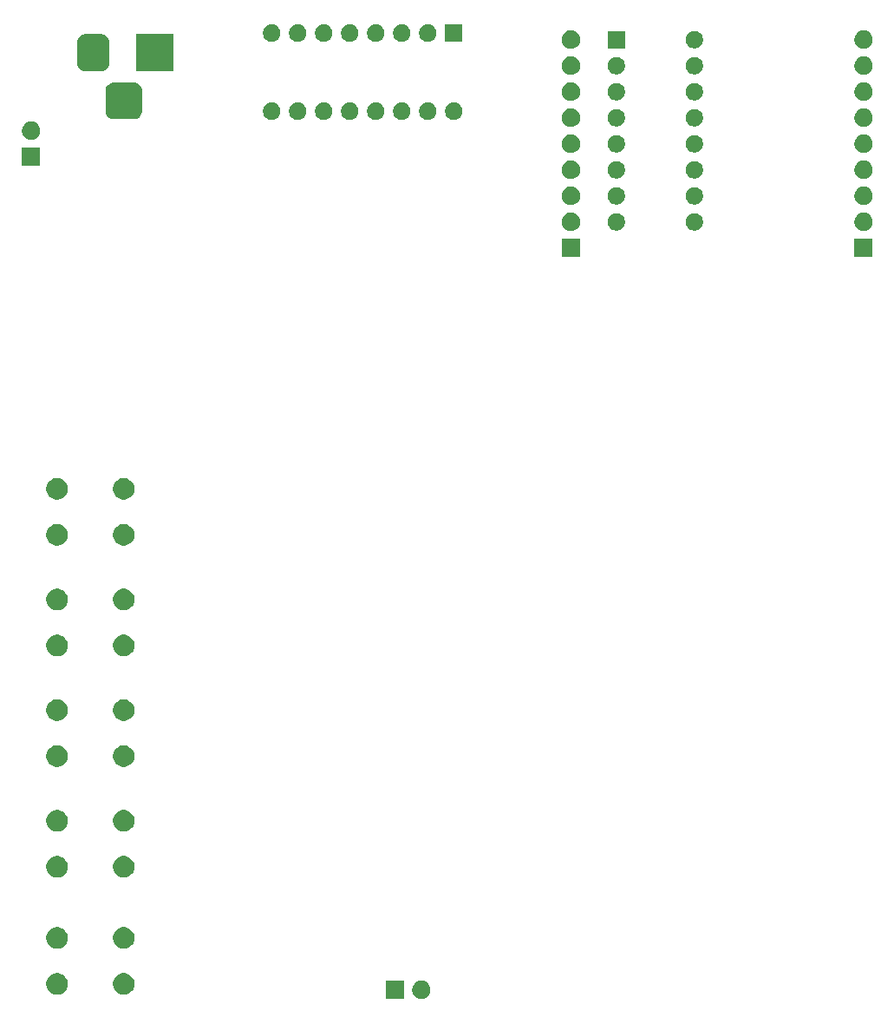
<source format=gbr>
G04 #@! TF.GenerationSoftware,KiCad,Pcbnew,(5.1.5)-3*
G04 #@! TF.CreationDate,2021-02-03T19:11:55+01:00*
G04 #@! TF.ProjectId,psMCU,70734d43-552e-46b6-9963-61645f706362,rev?*
G04 #@! TF.SameCoordinates,Original*
G04 #@! TF.FileFunction,Soldermask,Bot*
G04 #@! TF.FilePolarity,Negative*
%FSLAX46Y46*%
G04 Gerber Fmt 4.6, Leading zero omitted, Abs format (unit mm)*
G04 Created by KiCad (PCBNEW (5.1.5)-3) date 2021-02-03 19:11:55*
%MOMM*%
%LPD*%
G04 APERTURE LIST*
%ADD10C,0.100000*%
G04 APERTURE END LIST*
D10*
G36*
X-162929000Y-121551000D02*
G01*
X-164731000Y-121551000D01*
X-164731000Y-119749000D01*
X-162929000Y-119749000D01*
X-162929000Y-121551000D01*
G37*
G36*
X-161176488Y-119753927D02*
G01*
X-161027188Y-119783624D01*
X-160863216Y-119851544D01*
X-160715646Y-119950147D01*
X-160590147Y-120075646D01*
X-160491544Y-120223216D01*
X-160423624Y-120387188D01*
X-160389000Y-120561259D01*
X-160389000Y-120738741D01*
X-160423624Y-120912812D01*
X-160491544Y-121076784D01*
X-160590147Y-121224354D01*
X-160715646Y-121349853D01*
X-160863216Y-121448456D01*
X-161027188Y-121516376D01*
X-161176488Y-121546073D01*
X-161201258Y-121551000D01*
X-161378742Y-121551000D01*
X-161403512Y-121546073D01*
X-161552812Y-121516376D01*
X-161716784Y-121448456D01*
X-161864354Y-121349853D01*
X-161989853Y-121224354D01*
X-162088456Y-121076784D01*
X-162156376Y-120912812D01*
X-162191000Y-120738741D01*
X-162191000Y-120561259D01*
X-162156376Y-120387188D01*
X-162088456Y-120223216D01*
X-161989853Y-120075646D01*
X-161864354Y-119950147D01*
X-161716784Y-119851544D01*
X-161552812Y-119783624D01*
X-161403512Y-119753927D01*
X-161378742Y-119749000D01*
X-161201258Y-119749000D01*
X-161176488Y-119753927D01*
G37*
G36*
X-190043436Y-119059389D02*
G01*
X-189852167Y-119138615D01*
X-189852165Y-119138616D01*
X-189680027Y-119253635D01*
X-189533635Y-119400027D01*
X-189418615Y-119572167D01*
X-189339389Y-119763436D01*
X-189299000Y-119966484D01*
X-189299000Y-120173516D01*
X-189339389Y-120376564D01*
X-189415892Y-120561258D01*
X-189418616Y-120567835D01*
X-189533635Y-120739973D01*
X-189680027Y-120886365D01*
X-189852165Y-121001384D01*
X-189852166Y-121001385D01*
X-189852167Y-121001385D01*
X-190043436Y-121080611D01*
X-190246484Y-121121000D01*
X-190453516Y-121121000D01*
X-190656564Y-121080611D01*
X-190847833Y-121001385D01*
X-190847834Y-121001385D01*
X-190847835Y-121001384D01*
X-191019973Y-120886365D01*
X-191166365Y-120739973D01*
X-191281384Y-120567835D01*
X-191284108Y-120561258D01*
X-191360611Y-120376564D01*
X-191401000Y-120173516D01*
X-191401000Y-119966484D01*
X-191360611Y-119763436D01*
X-191281385Y-119572167D01*
X-191166365Y-119400027D01*
X-191019973Y-119253635D01*
X-190847835Y-119138616D01*
X-190847833Y-119138615D01*
X-190656564Y-119059389D01*
X-190453516Y-119019000D01*
X-190246484Y-119019000D01*
X-190043436Y-119059389D01*
G37*
G36*
X-196543436Y-119059389D02*
G01*
X-196352167Y-119138615D01*
X-196352165Y-119138616D01*
X-196180027Y-119253635D01*
X-196033635Y-119400027D01*
X-195918615Y-119572167D01*
X-195839389Y-119763436D01*
X-195799000Y-119966484D01*
X-195799000Y-120173516D01*
X-195839389Y-120376564D01*
X-195915892Y-120561258D01*
X-195918616Y-120567835D01*
X-196033635Y-120739973D01*
X-196180027Y-120886365D01*
X-196352165Y-121001384D01*
X-196352166Y-121001385D01*
X-196352167Y-121001385D01*
X-196543436Y-121080611D01*
X-196746484Y-121121000D01*
X-196953516Y-121121000D01*
X-197156564Y-121080611D01*
X-197347833Y-121001385D01*
X-197347834Y-121001385D01*
X-197347835Y-121001384D01*
X-197519973Y-120886365D01*
X-197666365Y-120739973D01*
X-197781384Y-120567835D01*
X-197784108Y-120561258D01*
X-197860611Y-120376564D01*
X-197901000Y-120173516D01*
X-197901000Y-119966484D01*
X-197860611Y-119763436D01*
X-197781385Y-119572167D01*
X-197666365Y-119400027D01*
X-197519973Y-119253635D01*
X-197347835Y-119138616D01*
X-197347833Y-119138615D01*
X-197156564Y-119059389D01*
X-196953516Y-119019000D01*
X-196746484Y-119019000D01*
X-196543436Y-119059389D01*
G37*
G36*
X-196543436Y-114559389D02*
G01*
X-196352167Y-114638615D01*
X-196352165Y-114638616D01*
X-196180027Y-114753635D01*
X-196033635Y-114900027D01*
X-195918615Y-115072167D01*
X-195839389Y-115263436D01*
X-195799000Y-115466484D01*
X-195799000Y-115673516D01*
X-195839389Y-115876564D01*
X-195918615Y-116067833D01*
X-195918616Y-116067835D01*
X-196033635Y-116239973D01*
X-196180027Y-116386365D01*
X-196352165Y-116501384D01*
X-196352166Y-116501385D01*
X-196352167Y-116501385D01*
X-196543436Y-116580611D01*
X-196746484Y-116621000D01*
X-196953516Y-116621000D01*
X-197156564Y-116580611D01*
X-197347833Y-116501385D01*
X-197347834Y-116501385D01*
X-197347835Y-116501384D01*
X-197519973Y-116386365D01*
X-197666365Y-116239973D01*
X-197781384Y-116067835D01*
X-197781385Y-116067833D01*
X-197860611Y-115876564D01*
X-197901000Y-115673516D01*
X-197901000Y-115466484D01*
X-197860611Y-115263436D01*
X-197781385Y-115072167D01*
X-197666365Y-114900027D01*
X-197519973Y-114753635D01*
X-197347835Y-114638616D01*
X-197347833Y-114638615D01*
X-197156564Y-114559389D01*
X-196953516Y-114519000D01*
X-196746484Y-114519000D01*
X-196543436Y-114559389D01*
G37*
G36*
X-190043436Y-114559389D02*
G01*
X-189852167Y-114638615D01*
X-189852165Y-114638616D01*
X-189680027Y-114753635D01*
X-189533635Y-114900027D01*
X-189418615Y-115072167D01*
X-189339389Y-115263436D01*
X-189299000Y-115466484D01*
X-189299000Y-115673516D01*
X-189339389Y-115876564D01*
X-189418615Y-116067833D01*
X-189418616Y-116067835D01*
X-189533635Y-116239973D01*
X-189680027Y-116386365D01*
X-189852165Y-116501384D01*
X-189852166Y-116501385D01*
X-189852167Y-116501385D01*
X-190043436Y-116580611D01*
X-190246484Y-116621000D01*
X-190453516Y-116621000D01*
X-190656564Y-116580611D01*
X-190847833Y-116501385D01*
X-190847834Y-116501385D01*
X-190847835Y-116501384D01*
X-191019973Y-116386365D01*
X-191166365Y-116239973D01*
X-191281384Y-116067835D01*
X-191281385Y-116067833D01*
X-191360611Y-115876564D01*
X-191401000Y-115673516D01*
X-191401000Y-115466484D01*
X-191360611Y-115263436D01*
X-191281385Y-115072167D01*
X-191166365Y-114900027D01*
X-191019973Y-114753635D01*
X-190847835Y-114638616D01*
X-190847833Y-114638615D01*
X-190656564Y-114559389D01*
X-190453516Y-114519000D01*
X-190246484Y-114519000D01*
X-190043436Y-114559389D01*
G37*
G36*
X-190043436Y-107629389D02*
G01*
X-189852167Y-107708615D01*
X-189852165Y-107708616D01*
X-189680027Y-107823635D01*
X-189533635Y-107970027D01*
X-189418615Y-108142167D01*
X-189339389Y-108333436D01*
X-189299000Y-108536484D01*
X-189299000Y-108743516D01*
X-189339389Y-108946564D01*
X-189418615Y-109137833D01*
X-189418616Y-109137835D01*
X-189533635Y-109309973D01*
X-189680027Y-109456365D01*
X-189852165Y-109571384D01*
X-189852166Y-109571385D01*
X-189852167Y-109571385D01*
X-190043436Y-109650611D01*
X-190246484Y-109691000D01*
X-190453516Y-109691000D01*
X-190656564Y-109650611D01*
X-190847833Y-109571385D01*
X-190847834Y-109571385D01*
X-190847835Y-109571384D01*
X-191019973Y-109456365D01*
X-191166365Y-109309973D01*
X-191281384Y-109137835D01*
X-191281385Y-109137833D01*
X-191360611Y-108946564D01*
X-191401000Y-108743516D01*
X-191401000Y-108536484D01*
X-191360611Y-108333436D01*
X-191281385Y-108142167D01*
X-191166365Y-107970027D01*
X-191019973Y-107823635D01*
X-190847835Y-107708616D01*
X-190847833Y-107708615D01*
X-190656564Y-107629389D01*
X-190453516Y-107589000D01*
X-190246484Y-107589000D01*
X-190043436Y-107629389D01*
G37*
G36*
X-196543436Y-107629389D02*
G01*
X-196352167Y-107708615D01*
X-196352165Y-107708616D01*
X-196180027Y-107823635D01*
X-196033635Y-107970027D01*
X-195918615Y-108142167D01*
X-195839389Y-108333436D01*
X-195799000Y-108536484D01*
X-195799000Y-108743516D01*
X-195839389Y-108946564D01*
X-195918615Y-109137833D01*
X-195918616Y-109137835D01*
X-196033635Y-109309973D01*
X-196180027Y-109456365D01*
X-196352165Y-109571384D01*
X-196352166Y-109571385D01*
X-196352167Y-109571385D01*
X-196543436Y-109650611D01*
X-196746484Y-109691000D01*
X-196953516Y-109691000D01*
X-197156564Y-109650611D01*
X-197347833Y-109571385D01*
X-197347834Y-109571385D01*
X-197347835Y-109571384D01*
X-197519973Y-109456365D01*
X-197666365Y-109309973D01*
X-197781384Y-109137835D01*
X-197781385Y-109137833D01*
X-197860611Y-108946564D01*
X-197901000Y-108743516D01*
X-197901000Y-108536484D01*
X-197860611Y-108333436D01*
X-197781385Y-108142167D01*
X-197666365Y-107970027D01*
X-197519973Y-107823635D01*
X-197347835Y-107708616D01*
X-197347833Y-107708615D01*
X-197156564Y-107629389D01*
X-196953516Y-107589000D01*
X-196746484Y-107589000D01*
X-196543436Y-107629389D01*
G37*
G36*
X-196543436Y-103129389D02*
G01*
X-196352167Y-103208615D01*
X-196352165Y-103208616D01*
X-196180027Y-103323635D01*
X-196033635Y-103470027D01*
X-195918615Y-103642167D01*
X-195839389Y-103833436D01*
X-195799000Y-104036484D01*
X-195799000Y-104243516D01*
X-195839389Y-104446564D01*
X-195918615Y-104637833D01*
X-195918616Y-104637835D01*
X-196033635Y-104809973D01*
X-196180027Y-104956365D01*
X-196352165Y-105071384D01*
X-196352166Y-105071385D01*
X-196352167Y-105071385D01*
X-196543436Y-105150611D01*
X-196746484Y-105191000D01*
X-196953516Y-105191000D01*
X-197156564Y-105150611D01*
X-197347833Y-105071385D01*
X-197347834Y-105071385D01*
X-197347835Y-105071384D01*
X-197519973Y-104956365D01*
X-197666365Y-104809973D01*
X-197781384Y-104637835D01*
X-197781385Y-104637833D01*
X-197860611Y-104446564D01*
X-197901000Y-104243516D01*
X-197901000Y-104036484D01*
X-197860611Y-103833436D01*
X-197781385Y-103642167D01*
X-197666365Y-103470027D01*
X-197519973Y-103323635D01*
X-197347835Y-103208616D01*
X-197347833Y-103208615D01*
X-197156564Y-103129389D01*
X-196953516Y-103089000D01*
X-196746484Y-103089000D01*
X-196543436Y-103129389D01*
G37*
G36*
X-190043436Y-103129389D02*
G01*
X-189852167Y-103208615D01*
X-189852165Y-103208616D01*
X-189680027Y-103323635D01*
X-189533635Y-103470027D01*
X-189418615Y-103642167D01*
X-189339389Y-103833436D01*
X-189299000Y-104036484D01*
X-189299000Y-104243516D01*
X-189339389Y-104446564D01*
X-189418615Y-104637833D01*
X-189418616Y-104637835D01*
X-189533635Y-104809973D01*
X-189680027Y-104956365D01*
X-189852165Y-105071384D01*
X-189852166Y-105071385D01*
X-189852167Y-105071385D01*
X-190043436Y-105150611D01*
X-190246484Y-105191000D01*
X-190453516Y-105191000D01*
X-190656564Y-105150611D01*
X-190847833Y-105071385D01*
X-190847834Y-105071385D01*
X-190847835Y-105071384D01*
X-191019973Y-104956365D01*
X-191166365Y-104809973D01*
X-191281384Y-104637835D01*
X-191281385Y-104637833D01*
X-191360611Y-104446564D01*
X-191401000Y-104243516D01*
X-191401000Y-104036484D01*
X-191360611Y-103833436D01*
X-191281385Y-103642167D01*
X-191166365Y-103470027D01*
X-191019973Y-103323635D01*
X-190847835Y-103208616D01*
X-190847833Y-103208615D01*
X-190656564Y-103129389D01*
X-190453516Y-103089000D01*
X-190246484Y-103089000D01*
X-190043436Y-103129389D01*
G37*
G36*
X-190043436Y-96834389D02*
G01*
X-189852167Y-96913615D01*
X-189852165Y-96913616D01*
X-189680027Y-97028635D01*
X-189533635Y-97175027D01*
X-189418615Y-97347167D01*
X-189339389Y-97538436D01*
X-189299000Y-97741484D01*
X-189299000Y-97948516D01*
X-189339389Y-98151564D01*
X-189418615Y-98342833D01*
X-189418616Y-98342835D01*
X-189533635Y-98514973D01*
X-189680027Y-98661365D01*
X-189852165Y-98776384D01*
X-189852166Y-98776385D01*
X-189852167Y-98776385D01*
X-190043436Y-98855611D01*
X-190246484Y-98896000D01*
X-190453516Y-98896000D01*
X-190656564Y-98855611D01*
X-190847833Y-98776385D01*
X-190847834Y-98776385D01*
X-190847835Y-98776384D01*
X-191019973Y-98661365D01*
X-191166365Y-98514973D01*
X-191281384Y-98342835D01*
X-191281385Y-98342833D01*
X-191360611Y-98151564D01*
X-191401000Y-97948516D01*
X-191401000Y-97741484D01*
X-191360611Y-97538436D01*
X-191281385Y-97347167D01*
X-191166365Y-97175027D01*
X-191019973Y-97028635D01*
X-190847835Y-96913616D01*
X-190847833Y-96913615D01*
X-190656564Y-96834389D01*
X-190453516Y-96794000D01*
X-190246484Y-96794000D01*
X-190043436Y-96834389D01*
G37*
G36*
X-196543436Y-96834389D02*
G01*
X-196352167Y-96913615D01*
X-196352165Y-96913616D01*
X-196180027Y-97028635D01*
X-196033635Y-97175027D01*
X-195918615Y-97347167D01*
X-195839389Y-97538436D01*
X-195799000Y-97741484D01*
X-195799000Y-97948516D01*
X-195839389Y-98151564D01*
X-195918615Y-98342833D01*
X-195918616Y-98342835D01*
X-196033635Y-98514973D01*
X-196180027Y-98661365D01*
X-196352165Y-98776384D01*
X-196352166Y-98776385D01*
X-196352167Y-98776385D01*
X-196543436Y-98855611D01*
X-196746484Y-98896000D01*
X-196953516Y-98896000D01*
X-197156564Y-98855611D01*
X-197347833Y-98776385D01*
X-197347834Y-98776385D01*
X-197347835Y-98776384D01*
X-197519973Y-98661365D01*
X-197666365Y-98514973D01*
X-197781384Y-98342835D01*
X-197781385Y-98342833D01*
X-197860611Y-98151564D01*
X-197901000Y-97948516D01*
X-197901000Y-97741484D01*
X-197860611Y-97538436D01*
X-197781385Y-97347167D01*
X-197666365Y-97175027D01*
X-197519973Y-97028635D01*
X-197347835Y-96913616D01*
X-197347833Y-96913615D01*
X-197156564Y-96834389D01*
X-196953516Y-96794000D01*
X-196746484Y-96794000D01*
X-196543436Y-96834389D01*
G37*
G36*
X-190043436Y-92334389D02*
G01*
X-189852167Y-92413615D01*
X-189852165Y-92413616D01*
X-189680027Y-92528635D01*
X-189533635Y-92675027D01*
X-189418615Y-92847167D01*
X-189339389Y-93038436D01*
X-189299000Y-93241484D01*
X-189299000Y-93448516D01*
X-189339389Y-93651564D01*
X-189418615Y-93842833D01*
X-189418616Y-93842835D01*
X-189533635Y-94014973D01*
X-189680027Y-94161365D01*
X-189852165Y-94276384D01*
X-189852166Y-94276385D01*
X-189852167Y-94276385D01*
X-190043436Y-94355611D01*
X-190246484Y-94396000D01*
X-190453516Y-94396000D01*
X-190656564Y-94355611D01*
X-190847833Y-94276385D01*
X-190847834Y-94276385D01*
X-190847835Y-94276384D01*
X-191019973Y-94161365D01*
X-191166365Y-94014973D01*
X-191281384Y-93842835D01*
X-191281385Y-93842833D01*
X-191360611Y-93651564D01*
X-191401000Y-93448516D01*
X-191401000Y-93241484D01*
X-191360611Y-93038436D01*
X-191281385Y-92847167D01*
X-191166365Y-92675027D01*
X-191019973Y-92528635D01*
X-190847835Y-92413616D01*
X-190847833Y-92413615D01*
X-190656564Y-92334389D01*
X-190453516Y-92294000D01*
X-190246484Y-92294000D01*
X-190043436Y-92334389D01*
G37*
G36*
X-196543436Y-92334389D02*
G01*
X-196352167Y-92413615D01*
X-196352165Y-92413616D01*
X-196180027Y-92528635D01*
X-196033635Y-92675027D01*
X-195918615Y-92847167D01*
X-195839389Y-93038436D01*
X-195799000Y-93241484D01*
X-195799000Y-93448516D01*
X-195839389Y-93651564D01*
X-195918615Y-93842833D01*
X-195918616Y-93842835D01*
X-196033635Y-94014973D01*
X-196180027Y-94161365D01*
X-196352165Y-94276384D01*
X-196352166Y-94276385D01*
X-196352167Y-94276385D01*
X-196543436Y-94355611D01*
X-196746484Y-94396000D01*
X-196953516Y-94396000D01*
X-197156564Y-94355611D01*
X-197347833Y-94276385D01*
X-197347834Y-94276385D01*
X-197347835Y-94276384D01*
X-197519973Y-94161365D01*
X-197666365Y-94014973D01*
X-197781384Y-93842835D01*
X-197781385Y-93842833D01*
X-197860611Y-93651564D01*
X-197901000Y-93448516D01*
X-197901000Y-93241484D01*
X-197860611Y-93038436D01*
X-197781385Y-92847167D01*
X-197666365Y-92675027D01*
X-197519973Y-92528635D01*
X-197347835Y-92413616D01*
X-197347833Y-92413615D01*
X-197156564Y-92334389D01*
X-196953516Y-92294000D01*
X-196746484Y-92294000D01*
X-196543436Y-92334389D01*
G37*
G36*
X-196543436Y-86039389D02*
G01*
X-196352167Y-86118615D01*
X-196352165Y-86118616D01*
X-196180027Y-86233635D01*
X-196033635Y-86380027D01*
X-195918615Y-86552167D01*
X-195839389Y-86743436D01*
X-195799000Y-86946484D01*
X-195799000Y-87153516D01*
X-195839389Y-87356564D01*
X-195918615Y-87547833D01*
X-195918616Y-87547835D01*
X-196033635Y-87719973D01*
X-196180027Y-87866365D01*
X-196352165Y-87981384D01*
X-196352166Y-87981385D01*
X-196352167Y-87981385D01*
X-196543436Y-88060611D01*
X-196746484Y-88101000D01*
X-196953516Y-88101000D01*
X-197156564Y-88060611D01*
X-197347833Y-87981385D01*
X-197347834Y-87981385D01*
X-197347835Y-87981384D01*
X-197519973Y-87866365D01*
X-197666365Y-87719973D01*
X-197781384Y-87547835D01*
X-197781385Y-87547833D01*
X-197860611Y-87356564D01*
X-197901000Y-87153516D01*
X-197901000Y-86946484D01*
X-197860611Y-86743436D01*
X-197781385Y-86552167D01*
X-197666365Y-86380027D01*
X-197519973Y-86233635D01*
X-197347835Y-86118616D01*
X-197347833Y-86118615D01*
X-197156564Y-86039389D01*
X-196953516Y-85999000D01*
X-196746484Y-85999000D01*
X-196543436Y-86039389D01*
G37*
G36*
X-190043436Y-86039389D02*
G01*
X-189852167Y-86118615D01*
X-189852165Y-86118616D01*
X-189680027Y-86233635D01*
X-189533635Y-86380027D01*
X-189418615Y-86552167D01*
X-189339389Y-86743436D01*
X-189299000Y-86946484D01*
X-189299000Y-87153516D01*
X-189339389Y-87356564D01*
X-189418615Y-87547833D01*
X-189418616Y-87547835D01*
X-189533635Y-87719973D01*
X-189680027Y-87866365D01*
X-189852165Y-87981384D01*
X-189852166Y-87981385D01*
X-189852167Y-87981385D01*
X-190043436Y-88060611D01*
X-190246484Y-88101000D01*
X-190453516Y-88101000D01*
X-190656564Y-88060611D01*
X-190847833Y-87981385D01*
X-190847834Y-87981385D01*
X-190847835Y-87981384D01*
X-191019973Y-87866365D01*
X-191166365Y-87719973D01*
X-191281384Y-87547835D01*
X-191281385Y-87547833D01*
X-191360611Y-87356564D01*
X-191401000Y-87153516D01*
X-191401000Y-86946484D01*
X-191360611Y-86743436D01*
X-191281385Y-86552167D01*
X-191166365Y-86380027D01*
X-191019973Y-86233635D01*
X-190847835Y-86118616D01*
X-190847833Y-86118615D01*
X-190656564Y-86039389D01*
X-190453516Y-85999000D01*
X-190246484Y-85999000D01*
X-190043436Y-86039389D01*
G37*
G36*
X-190043436Y-81539389D02*
G01*
X-189852167Y-81618615D01*
X-189852165Y-81618616D01*
X-189680027Y-81733635D01*
X-189533635Y-81880027D01*
X-189418615Y-82052167D01*
X-189339389Y-82243436D01*
X-189299000Y-82446484D01*
X-189299000Y-82653516D01*
X-189339389Y-82856564D01*
X-189418615Y-83047833D01*
X-189418616Y-83047835D01*
X-189533635Y-83219973D01*
X-189680027Y-83366365D01*
X-189852165Y-83481384D01*
X-189852166Y-83481385D01*
X-189852167Y-83481385D01*
X-190043436Y-83560611D01*
X-190246484Y-83601000D01*
X-190453516Y-83601000D01*
X-190656564Y-83560611D01*
X-190847833Y-83481385D01*
X-190847834Y-83481385D01*
X-190847835Y-83481384D01*
X-191019973Y-83366365D01*
X-191166365Y-83219973D01*
X-191281384Y-83047835D01*
X-191281385Y-83047833D01*
X-191360611Y-82856564D01*
X-191401000Y-82653516D01*
X-191401000Y-82446484D01*
X-191360611Y-82243436D01*
X-191281385Y-82052167D01*
X-191166365Y-81880027D01*
X-191019973Y-81733635D01*
X-190847835Y-81618616D01*
X-190847833Y-81618615D01*
X-190656564Y-81539389D01*
X-190453516Y-81499000D01*
X-190246484Y-81499000D01*
X-190043436Y-81539389D01*
G37*
G36*
X-196543436Y-81539389D02*
G01*
X-196352167Y-81618615D01*
X-196352165Y-81618616D01*
X-196180027Y-81733635D01*
X-196033635Y-81880027D01*
X-195918615Y-82052167D01*
X-195839389Y-82243436D01*
X-195799000Y-82446484D01*
X-195799000Y-82653516D01*
X-195839389Y-82856564D01*
X-195918615Y-83047833D01*
X-195918616Y-83047835D01*
X-196033635Y-83219973D01*
X-196180027Y-83366365D01*
X-196352165Y-83481384D01*
X-196352166Y-83481385D01*
X-196352167Y-83481385D01*
X-196543436Y-83560611D01*
X-196746484Y-83601000D01*
X-196953516Y-83601000D01*
X-197156564Y-83560611D01*
X-197347833Y-83481385D01*
X-197347834Y-83481385D01*
X-197347835Y-83481384D01*
X-197519973Y-83366365D01*
X-197666365Y-83219973D01*
X-197781384Y-83047835D01*
X-197781385Y-83047833D01*
X-197860611Y-82856564D01*
X-197901000Y-82653516D01*
X-197901000Y-82446484D01*
X-197860611Y-82243436D01*
X-197781385Y-82052167D01*
X-197666365Y-81880027D01*
X-197519973Y-81733635D01*
X-197347835Y-81618616D01*
X-197347833Y-81618615D01*
X-197156564Y-81539389D01*
X-196953516Y-81499000D01*
X-196746484Y-81499000D01*
X-196543436Y-81539389D01*
G37*
G36*
X-190043436Y-75244389D02*
G01*
X-189852167Y-75323615D01*
X-189852165Y-75323616D01*
X-189680027Y-75438635D01*
X-189533635Y-75585027D01*
X-189418615Y-75757167D01*
X-189339389Y-75948436D01*
X-189299000Y-76151484D01*
X-189299000Y-76358516D01*
X-189339389Y-76561564D01*
X-189418615Y-76752833D01*
X-189418616Y-76752835D01*
X-189533635Y-76924973D01*
X-189680027Y-77071365D01*
X-189852165Y-77186384D01*
X-189852166Y-77186385D01*
X-189852167Y-77186385D01*
X-190043436Y-77265611D01*
X-190246484Y-77306000D01*
X-190453516Y-77306000D01*
X-190656564Y-77265611D01*
X-190847833Y-77186385D01*
X-190847834Y-77186385D01*
X-190847835Y-77186384D01*
X-191019973Y-77071365D01*
X-191166365Y-76924973D01*
X-191281384Y-76752835D01*
X-191281385Y-76752833D01*
X-191360611Y-76561564D01*
X-191401000Y-76358516D01*
X-191401000Y-76151484D01*
X-191360611Y-75948436D01*
X-191281385Y-75757167D01*
X-191166365Y-75585027D01*
X-191019973Y-75438635D01*
X-190847835Y-75323616D01*
X-190847833Y-75323615D01*
X-190656564Y-75244389D01*
X-190453516Y-75204000D01*
X-190246484Y-75204000D01*
X-190043436Y-75244389D01*
G37*
G36*
X-196543436Y-75244389D02*
G01*
X-196352167Y-75323615D01*
X-196352165Y-75323616D01*
X-196180027Y-75438635D01*
X-196033635Y-75585027D01*
X-195918615Y-75757167D01*
X-195839389Y-75948436D01*
X-195799000Y-76151484D01*
X-195799000Y-76358516D01*
X-195839389Y-76561564D01*
X-195918615Y-76752833D01*
X-195918616Y-76752835D01*
X-196033635Y-76924973D01*
X-196180027Y-77071365D01*
X-196352165Y-77186384D01*
X-196352166Y-77186385D01*
X-196352167Y-77186385D01*
X-196543436Y-77265611D01*
X-196746484Y-77306000D01*
X-196953516Y-77306000D01*
X-197156564Y-77265611D01*
X-197347833Y-77186385D01*
X-197347834Y-77186385D01*
X-197347835Y-77186384D01*
X-197519973Y-77071365D01*
X-197666365Y-76924973D01*
X-197781384Y-76752835D01*
X-197781385Y-76752833D01*
X-197860611Y-76561564D01*
X-197901000Y-76358516D01*
X-197901000Y-76151484D01*
X-197860611Y-75948436D01*
X-197781385Y-75757167D01*
X-197666365Y-75585027D01*
X-197519973Y-75438635D01*
X-197347835Y-75323616D01*
X-197347833Y-75323615D01*
X-197156564Y-75244389D01*
X-196953516Y-75204000D01*
X-196746484Y-75204000D01*
X-196543436Y-75244389D01*
G37*
G36*
X-190043436Y-70744389D02*
G01*
X-189852167Y-70823615D01*
X-189852165Y-70823616D01*
X-189680027Y-70938635D01*
X-189533635Y-71085027D01*
X-189418615Y-71257167D01*
X-189339389Y-71448436D01*
X-189299000Y-71651484D01*
X-189299000Y-71858516D01*
X-189339389Y-72061564D01*
X-189418615Y-72252833D01*
X-189418616Y-72252835D01*
X-189533635Y-72424973D01*
X-189680027Y-72571365D01*
X-189852165Y-72686384D01*
X-189852166Y-72686385D01*
X-189852167Y-72686385D01*
X-190043436Y-72765611D01*
X-190246484Y-72806000D01*
X-190453516Y-72806000D01*
X-190656564Y-72765611D01*
X-190847833Y-72686385D01*
X-190847834Y-72686385D01*
X-190847835Y-72686384D01*
X-191019973Y-72571365D01*
X-191166365Y-72424973D01*
X-191281384Y-72252835D01*
X-191281385Y-72252833D01*
X-191360611Y-72061564D01*
X-191401000Y-71858516D01*
X-191401000Y-71651484D01*
X-191360611Y-71448436D01*
X-191281385Y-71257167D01*
X-191166365Y-71085027D01*
X-191019973Y-70938635D01*
X-190847835Y-70823616D01*
X-190847833Y-70823615D01*
X-190656564Y-70744389D01*
X-190453516Y-70704000D01*
X-190246484Y-70704000D01*
X-190043436Y-70744389D01*
G37*
G36*
X-196543436Y-70744389D02*
G01*
X-196352167Y-70823615D01*
X-196352165Y-70823616D01*
X-196180027Y-70938635D01*
X-196033635Y-71085027D01*
X-195918615Y-71257167D01*
X-195839389Y-71448436D01*
X-195799000Y-71651484D01*
X-195799000Y-71858516D01*
X-195839389Y-72061564D01*
X-195918615Y-72252833D01*
X-195918616Y-72252835D01*
X-196033635Y-72424973D01*
X-196180027Y-72571365D01*
X-196352165Y-72686384D01*
X-196352166Y-72686385D01*
X-196352167Y-72686385D01*
X-196543436Y-72765611D01*
X-196746484Y-72806000D01*
X-196953516Y-72806000D01*
X-197156564Y-72765611D01*
X-197347833Y-72686385D01*
X-197347834Y-72686385D01*
X-197347835Y-72686384D01*
X-197519973Y-72571365D01*
X-197666365Y-72424973D01*
X-197781384Y-72252835D01*
X-197781385Y-72252833D01*
X-197860611Y-72061564D01*
X-197901000Y-71858516D01*
X-197901000Y-71651484D01*
X-197860611Y-71448436D01*
X-197781385Y-71257167D01*
X-197666365Y-71085027D01*
X-197519973Y-70938635D01*
X-197347835Y-70823616D01*
X-197347833Y-70823615D01*
X-197156564Y-70744389D01*
X-196953516Y-70704000D01*
X-196746484Y-70704000D01*
X-196543436Y-70744389D01*
G37*
G36*
X-145784000Y-49161000D02*
G01*
X-147586000Y-49161000D01*
X-147586000Y-47359000D01*
X-145784000Y-47359000D01*
X-145784000Y-49161000D01*
G37*
G36*
X-117209000Y-49161000D02*
G01*
X-119011000Y-49161000D01*
X-119011000Y-47359000D01*
X-117209000Y-47359000D01*
X-117209000Y-49161000D01*
G37*
G36*
X-146571488Y-44823927D02*
G01*
X-146422188Y-44853624D01*
X-146258216Y-44921544D01*
X-146110646Y-45020147D01*
X-145985147Y-45145646D01*
X-145886544Y-45293216D01*
X-145818624Y-45457188D01*
X-145784000Y-45631259D01*
X-145784000Y-45808741D01*
X-145818624Y-45982812D01*
X-145886544Y-46146784D01*
X-145985147Y-46294354D01*
X-146110646Y-46419853D01*
X-146258216Y-46518456D01*
X-146422188Y-46586376D01*
X-146571488Y-46616073D01*
X-146596258Y-46621000D01*
X-146773742Y-46621000D01*
X-146798512Y-46616073D01*
X-146947812Y-46586376D01*
X-147111784Y-46518456D01*
X-147259354Y-46419853D01*
X-147384853Y-46294354D01*
X-147483456Y-46146784D01*
X-147551376Y-45982812D01*
X-147586000Y-45808741D01*
X-147586000Y-45631259D01*
X-147551376Y-45457188D01*
X-147483456Y-45293216D01*
X-147384853Y-45145646D01*
X-147259354Y-45020147D01*
X-147111784Y-44921544D01*
X-146947812Y-44853624D01*
X-146798512Y-44823927D01*
X-146773742Y-44819000D01*
X-146596258Y-44819000D01*
X-146571488Y-44823927D01*
G37*
G36*
X-117996488Y-44823927D02*
G01*
X-117847188Y-44853624D01*
X-117683216Y-44921544D01*
X-117535646Y-45020147D01*
X-117410147Y-45145646D01*
X-117311544Y-45293216D01*
X-117243624Y-45457188D01*
X-117209000Y-45631259D01*
X-117209000Y-45808741D01*
X-117243624Y-45982812D01*
X-117311544Y-46146784D01*
X-117410147Y-46294354D01*
X-117535646Y-46419853D01*
X-117683216Y-46518456D01*
X-117847188Y-46586376D01*
X-117996488Y-46616073D01*
X-118021258Y-46621000D01*
X-118198742Y-46621000D01*
X-118223512Y-46616073D01*
X-118372812Y-46586376D01*
X-118536784Y-46518456D01*
X-118684354Y-46419853D01*
X-118809853Y-46294354D01*
X-118908456Y-46146784D01*
X-118976376Y-45982812D01*
X-119011000Y-45808741D01*
X-119011000Y-45631259D01*
X-118976376Y-45457188D01*
X-118908456Y-45293216D01*
X-118809853Y-45145646D01*
X-118684354Y-45020147D01*
X-118536784Y-44921544D01*
X-118372812Y-44853624D01*
X-118223512Y-44823927D01*
X-118198742Y-44819000D01*
X-118021258Y-44819000D01*
X-117996488Y-44823927D01*
G37*
G36*
X-141991772Y-44901703D02*
G01*
X-141836900Y-44965853D01*
X-141697519Y-45058985D01*
X-141578985Y-45177519D01*
X-141485853Y-45316900D01*
X-141421703Y-45471772D01*
X-141389000Y-45636184D01*
X-141389000Y-45803816D01*
X-141421703Y-45968228D01*
X-141485853Y-46123100D01*
X-141578985Y-46262481D01*
X-141697519Y-46381015D01*
X-141836900Y-46474147D01*
X-141991772Y-46538297D01*
X-142156184Y-46571000D01*
X-142323816Y-46571000D01*
X-142488228Y-46538297D01*
X-142643100Y-46474147D01*
X-142782481Y-46381015D01*
X-142901015Y-46262481D01*
X-142994147Y-46123100D01*
X-143058297Y-45968228D01*
X-143091000Y-45803816D01*
X-143091000Y-45636184D01*
X-143058297Y-45471772D01*
X-142994147Y-45316900D01*
X-142901015Y-45177519D01*
X-142782481Y-45058985D01*
X-142643100Y-44965853D01*
X-142488228Y-44901703D01*
X-142323816Y-44869000D01*
X-142156184Y-44869000D01*
X-141991772Y-44901703D01*
G37*
G36*
X-134371772Y-44901703D02*
G01*
X-134216900Y-44965853D01*
X-134077519Y-45058985D01*
X-133958985Y-45177519D01*
X-133865853Y-45316900D01*
X-133801703Y-45471772D01*
X-133769000Y-45636184D01*
X-133769000Y-45803816D01*
X-133801703Y-45968228D01*
X-133865853Y-46123100D01*
X-133958985Y-46262481D01*
X-134077519Y-46381015D01*
X-134216900Y-46474147D01*
X-134371772Y-46538297D01*
X-134536184Y-46571000D01*
X-134703816Y-46571000D01*
X-134868228Y-46538297D01*
X-135023100Y-46474147D01*
X-135162481Y-46381015D01*
X-135281015Y-46262481D01*
X-135374147Y-46123100D01*
X-135438297Y-45968228D01*
X-135471000Y-45803816D01*
X-135471000Y-45636184D01*
X-135438297Y-45471772D01*
X-135374147Y-45316900D01*
X-135281015Y-45177519D01*
X-135162481Y-45058985D01*
X-135023100Y-44965853D01*
X-134868228Y-44901703D01*
X-134703816Y-44869000D01*
X-134536184Y-44869000D01*
X-134371772Y-44901703D01*
G37*
G36*
X-117996488Y-42283927D02*
G01*
X-117847188Y-42313624D01*
X-117683216Y-42381544D01*
X-117535646Y-42480147D01*
X-117410147Y-42605646D01*
X-117311544Y-42753216D01*
X-117243624Y-42917188D01*
X-117209000Y-43091259D01*
X-117209000Y-43268741D01*
X-117243624Y-43442812D01*
X-117311544Y-43606784D01*
X-117410147Y-43754354D01*
X-117535646Y-43879853D01*
X-117683216Y-43978456D01*
X-117847188Y-44046376D01*
X-117996488Y-44076073D01*
X-118021258Y-44081000D01*
X-118198742Y-44081000D01*
X-118223512Y-44076073D01*
X-118372812Y-44046376D01*
X-118536784Y-43978456D01*
X-118684354Y-43879853D01*
X-118809853Y-43754354D01*
X-118908456Y-43606784D01*
X-118976376Y-43442812D01*
X-119011000Y-43268741D01*
X-119011000Y-43091259D01*
X-118976376Y-42917188D01*
X-118908456Y-42753216D01*
X-118809853Y-42605646D01*
X-118684354Y-42480147D01*
X-118536784Y-42381544D01*
X-118372812Y-42313624D01*
X-118223512Y-42283927D01*
X-118198742Y-42279000D01*
X-118021258Y-42279000D01*
X-117996488Y-42283927D01*
G37*
G36*
X-146571488Y-42283927D02*
G01*
X-146422188Y-42313624D01*
X-146258216Y-42381544D01*
X-146110646Y-42480147D01*
X-145985147Y-42605646D01*
X-145886544Y-42753216D01*
X-145818624Y-42917188D01*
X-145784000Y-43091259D01*
X-145784000Y-43268741D01*
X-145818624Y-43442812D01*
X-145886544Y-43606784D01*
X-145985147Y-43754354D01*
X-146110646Y-43879853D01*
X-146258216Y-43978456D01*
X-146422188Y-44046376D01*
X-146571488Y-44076073D01*
X-146596258Y-44081000D01*
X-146773742Y-44081000D01*
X-146798512Y-44076073D01*
X-146947812Y-44046376D01*
X-147111784Y-43978456D01*
X-147259354Y-43879853D01*
X-147384853Y-43754354D01*
X-147483456Y-43606784D01*
X-147551376Y-43442812D01*
X-147586000Y-43268741D01*
X-147586000Y-43091259D01*
X-147551376Y-42917188D01*
X-147483456Y-42753216D01*
X-147384853Y-42605646D01*
X-147259354Y-42480147D01*
X-147111784Y-42381544D01*
X-146947812Y-42313624D01*
X-146798512Y-42283927D01*
X-146773742Y-42279000D01*
X-146596258Y-42279000D01*
X-146571488Y-42283927D01*
G37*
G36*
X-141991772Y-42361703D02*
G01*
X-141836900Y-42425853D01*
X-141697519Y-42518985D01*
X-141578985Y-42637519D01*
X-141485853Y-42776900D01*
X-141421703Y-42931772D01*
X-141389000Y-43096184D01*
X-141389000Y-43263816D01*
X-141421703Y-43428228D01*
X-141485853Y-43583100D01*
X-141578985Y-43722481D01*
X-141697519Y-43841015D01*
X-141836900Y-43934147D01*
X-141991772Y-43998297D01*
X-142156184Y-44031000D01*
X-142323816Y-44031000D01*
X-142488228Y-43998297D01*
X-142643100Y-43934147D01*
X-142782481Y-43841015D01*
X-142901015Y-43722481D01*
X-142994147Y-43583100D01*
X-143058297Y-43428228D01*
X-143091000Y-43263816D01*
X-143091000Y-43096184D01*
X-143058297Y-42931772D01*
X-142994147Y-42776900D01*
X-142901015Y-42637519D01*
X-142782481Y-42518985D01*
X-142643100Y-42425853D01*
X-142488228Y-42361703D01*
X-142323816Y-42329000D01*
X-142156184Y-42329000D01*
X-141991772Y-42361703D01*
G37*
G36*
X-134371772Y-42361703D02*
G01*
X-134216900Y-42425853D01*
X-134077519Y-42518985D01*
X-133958985Y-42637519D01*
X-133865853Y-42776900D01*
X-133801703Y-42931772D01*
X-133769000Y-43096184D01*
X-133769000Y-43263816D01*
X-133801703Y-43428228D01*
X-133865853Y-43583100D01*
X-133958985Y-43722481D01*
X-134077519Y-43841015D01*
X-134216900Y-43934147D01*
X-134371772Y-43998297D01*
X-134536184Y-44031000D01*
X-134703816Y-44031000D01*
X-134868228Y-43998297D01*
X-135023100Y-43934147D01*
X-135162481Y-43841015D01*
X-135281015Y-43722481D01*
X-135374147Y-43583100D01*
X-135438297Y-43428228D01*
X-135471000Y-43263816D01*
X-135471000Y-43096184D01*
X-135438297Y-42931772D01*
X-135374147Y-42776900D01*
X-135281015Y-42637519D01*
X-135162481Y-42518985D01*
X-135023100Y-42425853D01*
X-134868228Y-42361703D01*
X-134703816Y-42329000D01*
X-134536184Y-42329000D01*
X-134371772Y-42361703D01*
G37*
G36*
X-117996488Y-39743927D02*
G01*
X-117847188Y-39773624D01*
X-117683216Y-39841544D01*
X-117535646Y-39940147D01*
X-117410147Y-40065646D01*
X-117311544Y-40213216D01*
X-117243624Y-40377188D01*
X-117209000Y-40551259D01*
X-117209000Y-40728741D01*
X-117243624Y-40902812D01*
X-117311544Y-41066784D01*
X-117410147Y-41214354D01*
X-117535646Y-41339853D01*
X-117683216Y-41438456D01*
X-117847188Y-41506376D01*
X-117996488Y-41536073D01*
X-118021258Y-41541000D01*
X-118198742Y-41541000D01*
X-118223512Y-41536073D01*
X-118372812Y-41506376D01*
X-118536784Y-41438456D01*
X-118684354Y-41339853D01*
X-118809853Y-41214354D01*
X-118908456Y-41066784D01*
X-118976376Y-40902812D01*
X-119011000Y-40728741D01*
X-119011000Y-40551259D01*
X-118976376Y-40377188D01*
X-118908456Y-40213216D01*
X-118809853Y-40065646D01*
X-118684354Y-39940147D01*
X-118536784Y-39841544D01*
X-118372812Y-39773624D01*
X-118223512Y-39743927D01*
X-118198742Y-39739000D01*
X-118021258Y-39739000D01*
X-117996488Y-39743927D01*
G37*
G36*
X-146571488Y-39743927D02*
G01*
X-146422188Y-39773624D01*
X-146258216Y-39841544D01*
X-146110646Y-39940147D01*
X-145985147Y-40065646D01*
X-145886544Y-40213216D01*
X-145818624Y-40377188D01*
X-145784000Y-40551259D01*
X-145784000Y-40728741D01*
X-145818624Y-40902812D01*
X-145886544Y-41066784D01*
X-145985147Y-41214354D01*
X-146110646Y-41339853D01*
X-146258216Y-41438456D01*
X-146422188Y-41506376D01*
X-146571488Y-41536073D01*
X-146596258Y-41541000D01*
X-146773742Y-41541000D01*
X-146798512Y-41536073D01*
X-146947812Y-41506376D01*
X-147111784Y-41438456D01*
X-147259354Y-41339853D01*
X-147384853Y-41214354D01*
X-147483456Y-41066784D01*
X-147551376Y-40902812D01*
X-147586000Y-40728741D01*
X-147586000Y-40551259D01*
X-147551376Y-40377188D01*
X-147483456Y-40213216D01*
X-147384853Y-40065646D01*
X-147259354Y-39940147D01*
X-147111784Y-39841544D01*
X-146947812Y-39773624D01*
X-146798512Y-39743927D01*
X-146773742Y-39739000D01*
X-146596258Y-39739000D01*
X-146571488Y-39743927D01*
G37*
G36*
X-141991772Y-39821703D02*
G01*
X-141836900Y-39885853D01*
X-141697519Y-39978985D01*
X-141578985Y-40097519D01*
X-141485853Y-40236900D01*
X-141421703Y-40391772D01*
X-141389000Y-40556184D01*
X-141389000Y-40723816D01*
X-141421703Y-40888228D01*
X-141485853Y-41043100D01*
X-141578985Y-41182481D01*
X-141697519Y-41301015D01*
X-141836900Y-41394147D01*
X-141991772Y-41458297D01*
X-142156184Y-41491000D01*
X-142323816Y-41491000D01*
X-142488228Y-41458297D01*
X-142643100Y-41394147D01*
X-142782481Y-41301015D01*
X-142901015Y-41182481D01*
X-142994147Y-41043100D01*
X-143058297Y-40888228D01*
X-143091000Y-40723816D01*
X-143091000Y-40556184D01*
X-143058297Y-40391772D01*
X-142994147Y-40236900D01*
X-142901015Y-40097519D01*
X-142782481Y-39978985D01*
X-142643100Y-39885853D01*
X-142488228Y-39821703D01*
X-142323816Y-39789000D01*
X-142156184Y-39789000D01*
X-141991772Y-39821703D01*
G37*
G36*
X-134371772Y-39821703D02*
G01*
X-134216900Y-39885853D01*
X-134077519Y-39978985D01*
X-133958985Y-40097519D01*
X-133865853Y-40236900D01*
X-133801703Y-40391772D01*
X-133769000Y-40556184D01*
X-133769000Y-40723816D01*
X-133801703Y-40888228D01*
X-133865853Y-41043100D01*
X-133958985Y-41182481D01*
X-134077519Y-41301015D01*
X-134216900Y-41394147D01*
X-134371772Y-41458297D01*
X-134536184Y-41491000D01*
X-134703816Y-41491000D01*
X-134868228Y-41458297D01*
X-135023100Y-41394147D01*
X-135162481Y-41301015D01*
X-135281015Y-41182481D01*
X-135374147Y-41043100D01*
X-135438297Y-40888228D01*
X-135471000Y-40723816D01*
X-135471000Y-40556184D01*
X-135438297Y-40391772D01*
X-135374147Y-40236900D01*
X-135281015Y-40097519D01*
X-135162481Y-39978985D01*
X-135023100Y-39885853D01*
X-134868228Y-39821703D01*
X-134703816Y-39789000D01*
X-134536184Y-39789000D01*
X-134371772Y-39821703D01*
G37*
G36*
X-198489000Y-40271000D02*
G01*
X-200291000Y-40271000D01*
X-200291000Y-38469000D01*
X-198489000Y-38469000D01*
X-198489000Y-40271000D01*
G37*
G36*
X-146571488Y-37203927D02*
G01*
X-146422188Y-37233624D01*
X-146258216Y-37301544D01*
X-146110646Y-37400147D01*
X-145985147Y-37525646D01*
X-145886544Y-37673216D01*
X-145818624Y-37837188D01*
X-145784000Y-38011259D01*
X-145784000Y-38188741D01*
X-145818624Y-38362812D01*
X-145886544Y-38526784D01*
X-145985147Y-38674354D01*
X-146110646Y-38799853D01*
X-146258216Y-38898456D01*
X-146422188Y-38966376D01*
X-146571488Y-38996073D01*
X-146596258Y-39001000D01*
X-146773742Y-39001000D01*
X-146798512Y-38996073D01*
X-146947812Y-38966376D01*
X-147111784Y-38898456D01*
X-147259354Y-38799853D01*
X-147384853Y-38674354D01*
X-147483456Y-38526784D01*
X-147551376Y-38362812D01*
X-147586000Y-38188741D01*
X-147586000Y-38011259D01*
X-147551376Y-37837188D01*
X-147483456Y-37673216D01*
X-147384853Y-37525646D01*
X-147259354Y-37400147D01*
X-147111784Y-37301544D01*
X-146947812Y-37233624D01*
X-146798512Y-37203927D01*
X-146773742Y-37199000D01*
X-146596258Y-37199000D01*
X-146571488Y-37203927D01*
G37*
G36*
X-117996488Y-37203927D02*
G01*
X-117847188Y-37233624D01*
X-117683216Y-37301544D01*
X-117535646Y-37400147D01*
X-117410147Y-37525646D01*
X-117311544Y-37673216D01*
X-117243624Y-37837188D01*
X-117209000Y-38011259D01*
X-117209000Y-38188741D01*
X-117243624Y-38362812D01*
X-117311544Y-38526784D01*
X-117410147Y-38674354D01*
X-117535646Y-38799853D01*
X-117683216Y-38898456D01*
X-117847188Y-38966376D01*
X-117996488Y-38996073D01*
X-118021258Y-39001000D01*
X-118198742Y-39001000D01*
X-118223512Y-38996073D01*
X-118372812Y-38966376D01*
X-118536784Y-38898456D01*
X-118684354Y-38799853D01*
X-118809853Y-38674354D01*
X-118908456Y-38526784D01*
X-118976376Y-38362812D01*
X-119011000Y-38188741D01*
X-119011000Y-38011259D01*
X-118976376Y-37837188D01*
X-118908456Y-37673216D01*
X-118809853Y-37525646D01*
X-118684354Y-37400147D01*
X-118536784Y-37301544D01*
X-118372812Y-37233624D01*
X-118223512Y-37203927D01*
X-118198742Y-37199000D01*
X-118021258Y-37199000D01*
X-117996488Y-37203927D01*
G37*
G36*
X-141991772Y-37281703D02*
G01*
X-141836900Y-37345853D01*
X-141697519Y-37438985D01*
X-141578985Y-37557519D01*
X-141485853Y-37696900D01*
X-141421703Y-37851772D01*
X-141389000Y-38016184D01*
X-141389000Y-38183816D01*
X-141421703Y-38348228D01*
X-141485853Y-38503100D01*
X-141578985Y-38642481D01*
X-141697519Y-38761015D01*
X-141836900Y-38854147D01*
X-141991772Y-38918297D01*
X-142156184Y-38951000D01*
X-142323816Y-38951000D01*
X-142488228Y-38918297D01*
X-142643100Y-38854147D01*
X-142782481Y-38761015D01*
X-142901015Y-38642481D01*
X-142994147Y-38503100D01*
X-143058297Y-38348228D01*
X-143091000Y-38183816D01*
X-143091000Y-38016184D01*
X-143058297Y-37851772D01*
X-142994147Y-37696900D01*
X-142901015Y-37557519D01*
X-142782481Y-37438985D01*
X-142643100Y-37345853D01*
X-142488228Y-37281703D01*
X-142323816Y-37249000D01*
X-142156184Y-37249000D01*
X-141991772Y-37281703D01*
G37*
G36*
X-134371772Y-37281703D02*
G01*
X-134216900Y-37345853D01*
X-134077519Y-37438985D01*
X-133958985Y-37557519D01*
X-133865853Y-37696900D01*
X-133801703Y-37851772D01*
X-133769000Y-38016184D01*
X-133769000Y-38183816D01*
X-133801703Y-38348228D01*
X-133865853Y-38503100D01*
X-133958985Y-38642481D01*
X-134077519Y-38761015D01*
X-134216900Y-38854147D01*
X-134371772Y-38918297D01*
X-134536184Y-38951000D01*
X-134703816Y-38951000D01*
X-134868228Y-38918297D01*
X-135023100Y-38854147D01*
X-135162481Y-38761015D01*
X-135281015Y-38642481D01*
X-135374147Y-38503100D01*
X-135438297Y-38348228D01*
X-135471000Y-38183816D01*
X-135471000Y-38016184D01*
X-135438297Y-37851772D01*
X-135374147Y-37696900D01*
X-135281015Y-37557519D01*
X-135162481Y-37438985D01*
X-135023100Y-37345853D01*
X-134868228Y-37281703D01*
X-134703816Y-37249000D01*
X-134536184Y-37249000D01*
X-134371772Y-37281703D01*
G37*
G36*
X-199276488Y-35933927D02*
G01*
X-199127188Y-35963624D01*
X-198963216Y-36031544D01*
X-198815646Y-36130147D01*
X-198690147Y-36255646D01*
X-198591544Y-36403216D01*
X-198523624Y-36567188D01*
X-198489000Y-36741259D01*
X-198489000Y-36918741D01*
X-198523624Y-37092812D01*
X-198591544Y-37256784D01*
X-198690147Y-37404354D01*
X-198815646Y-37529853D01*
X-198963216Y-37628456D01*
X-199127188Y-37696376D01*
X-199276488Y-37726073D01*
X-199301258Y-37731000D01*
X-199478742Y-37731000D01*
X-199503512Y-37726073D01*
X-199652812Y-37696376D01*
X-199816784Y-37628456D01*
X-199964354Y-37529853D01*
X-200089853Y-37404354D01*
X-200188456Y-37256784D01*
X-200256376Y-37092812D01*
X-200291000Y-36918741D01*
X-200291000Y-36741259D01*
X-200256376Y-36567188D01*
X-200188456Y-36403216D01*
X-200089853Y-36255646D01*
X-199964354Y-36130147D01*
X-199816784Y-36031544D01*
X-199652812Y-35963624D01*
X-199503512Y-35933927D01*
X-199478742Y-35929000D01*
X-199301258Y-35929000D01*
X-199276488Y-35933927D01*
G37*
G36*
X-146571488Y-34663927D02*
G01*
X-146422188Y-34693624D01*
X-146258216Y-34761544D01*
X-146110646Y-34860147D01*
X-145985147Y-34985646D01*
X-145886544Y-35133216D01*
X-145818624Y-35297188D01*
X-145788927Y-35446488D01*
X-145785219Y-35465128D01*
X-145784000Y-35471259D01*
X-145784000Y-35648741D01*
X-145818624Y-35822812D01*
X-145886544Y-35986784D01*
X-145985147Y-36134354D01*
X-146110646Y-36259853D01*
X-146258216Y-36358456D01*
X-146422188Y-36426376D01*
X-146571488Y-36456073D01*
X-146596258Y-36461000D01*
X-146773742Y-36461000D01*
X-146798512Y-36456073D01*
X-146947812Y-36426376D01*
X-147111784Y-36358456D01*
X-147259354Y-36259853D01*
X-147384853Y-36134354D01*
X-147483456Y-35986784D01*
X-147551376Y-35822812D01*
X-147586000Y-35648741D01*
X-147586000Y-35471259D01*
X-147584780Y-35465128D01*
X-147581073Y-35446488D01*
X-147551376Y-35297188D01*
X-147483456Y-35133216D01*
X-147384853Y-34985646D01*
X-147259354Y-34860147D01*
X-147111784Y-34761544D01*
X-146947812Y-34693624D01*
X-146798512Y-34663927D01*
X-146773742Y-34659000D01*
X-146596258Y-34659000D01*
X-146571488Y-34663927D01*
G37*
G36*
X-117996488Y-34663927D02*
G01*
X-117847188Y-34693624D01*
X-117683216Y-34761544D01*
X-117535646Y-34860147D01*
X-117410147Y-34985646D01*
X-117311544Y-35133216D01*
X-117243624Y-35297188D01*
X-117213927Y-35446488D01*
X-117210219Y-35465128D01*
X-117209000Y-35471259D01*
X-117209000Y-35648741D01*
X-117243624Y-35822812D01*
X-117311544Y-35986784D01*
X-117410147Y-36134354D01*
X-117535646Y-36259853D01*
X-117683216Y-36358456D01*
X-117847188Y-36426376D01*
X-117996488Y-36456073D01*
X-118021258Y-36461000D01*
X-118198742Y-36461000D01*
X-118223512Y-36456073D01*
X-118372812Y-36426376D01*
X-118536784Y-36358456D01*
X-118684354Y-36259853D01*
X-118809853Y-36134354D01*
X-118908456Y-35986784D01*
X-118976376Y-35822812D01*
X-119011000Y-35648741D01*
X-119011000Y-35471259D01*
X-119009780Y-35465128D01*
X-119006073Y-35446488D01*
X-118976376Y-35297188D01*
X-118908456Y-35133216D01*
X-118809853Y-34985646D01*
X-118684354Y-34860147D01*
X-118536784Y-34761544D01*
X-118372812Y-34693624D01*
X-118223512Y-34663927D01*
X-118198742Y-34659000D01*
X-118021258Y-34659000D01*
X-117996488Y-34663927D01*
G37*
G36*
X-141991772Y-34741703D02*
G01*
X-141836900Y-34805853D01*
X-141697519Y-34898985D01*
X-141578985Y-35017519D01*
X-141485853Y-35156900D01*
X-141421703Y-35311772D01*
X-141389000Y-35476184D01*
X-141389000Y-35643816D01*
X-141421703Y-35808228D01*
X-141485853Y-35963100D01*
X-141578985Y-36102481D01*
X-141697519Y-36221015D01*
X-141836900Y-36314147D01*
X-141991772Y-36378297D01*
X-142156184Y-36411000D01*
X-142323816Y-36411000D01*
X-142488228Y-36378297D01*
X-142643100Y-36314147D01*
X-142782481Y-36221015D01*
X-142901015Y-36102481D01*
X-142994147Y-35963100D01*
X-143058297Y-35808228D01*
X-143091000Y-35643816D01*
X-143091000Y-35476184D01*
X-143058297Y-35311772D01*
X-142994147Y-35156900D01*
X-142901015Y-35017519D01*
X-142782481Y-34898985D01*
X-142643100Y-34805853D01*
X-142488228Y-34741703D01*
X-142323816Y-34709000D01*
X-142156184Y-34709000D01*
X-141991772Y-34741703D01*
G37*
G36*
X-134371772Y-34741703D02*
G01*
X-134216900Y-34805853D01*
X-134077519Y-34898985D01*
X-133958985Y-35017519D01*
X-133865853Y-35156900D01*
X-133801703Y-35311772D01*
X-133769000Y-35476184D01*
X-133769000Y-35643816D01*
X-133801703Y-35808228D01*
X-133865853Y-35963100D01*
X-133958985Y-36102481D01*
X-134077519Y-36221015D01*
X-134216900Y-36314147D01*
X-134371772Y-36378297D01*
X-134536184Y-36411000D01*
X-134703816Y-36411000D01*
X-134868228Y-36378297D01*
X-135023100Y-36314147D01*
X-135162481Y-36221015D01*
X-135281015Y-36102481D01*
X-135374147Y-35963100D01*
X-135438297Y-35808228D01*
X-135471000Y-35643816D01*
X-135471000Y-35476184D01*
X-135438297Y-35311772D01*
X-135374147Y-35156900D01*
X-135281015Y-35017519D01*
X-135162481Y-34898985D01*
X-135023100Y-34805853D01*
X-134868228Y-34741703D01*
X-134703816Y-34709000D01*
X-134536184Y-34709000D01*
X-134371772Y-34741703D01*
G37*
G36*
X-165486772Y-34106703D02*
G01*
X-165331900Y-34170853D01*
X-165192519Y-34263985D01*
X-165073985Y-34382519D01*
X-164980853Y-34521900D01*
X-164916703Y-34676772D01*
X-164884000Y-34841184D01*
X-164884000Y-35008816D01*
X-164916703Y-35173228D01*
X-164980853Y-35328100D01*
X-165073985Y-35467481D01*
X-165192519Y-35586015D01*
X-165331900Y-35679147D01*
X-165486772Y-35743297D01*
X-165651184Y-35776000D01*
X-165818816Y-35776000D01*
X-165983228Y-35743297D01*
X-166138100Y-35679147D01*
X-166277481Y-35586015D01*
X-166396015Y-35467481D01*
X-166489147Y-35328100D01*
X-166553297Y-35173228D01*
X-166586000Y-35008816D01*
X-166586000Y-34841184D01*
X-166553297Y-34676772D01*
X-166489147Y-34521900D01*
X-166396015Y-34382519D01*
X-166277481Y-34263985D01*
X-166138100Y-34170853D01*
X-165983228Y-34106703D01*
X-165818816Y-34074000D01*
X-165651184Y-34074000D01*
X-165486772Y-34106703D01*
G37*
G36*
X-157866772Y-34106703D02*
G01*
X-157711900Y-34170853D01*
X-157572519Y-34263985D01*
X-157453985Y-34382519D01*
X-157360853Y-34521900D01*
X-157296703Y-34676772D01*
X-157264000Y-34841184D01*
X-157264000Y-35008816D01*
X-157296703Y-35173228D01*
X-157360853Y-35328100D01*
X-157453985Y-35467481D01*
X-157572519Y-35586015D01*
X-157711900Y-35679147D01*
X-157866772Y-35743297D01*
X-158031184Y-35776000D01*
X-158198816Y-35776000D01*
X-158363228Y-35743297D01*
X-158518100Y-35679147D01*
X-158657481Y-35586015D01*
X-158776015Y-35467481D01*
X-158869147Y-35328100D01*
X-158933297Y-35173228D01*
X-158966000Y-35008816D01*
X-158966000Y-34841184D01*
X-158933297Y-34676772D01*
X-158869147Y-34521900D01*
X-158776015Y-34382519D01*
X-158657481Y-34263985D01*
X-158518100Y-34170853D01*
X-158363228Y-34106703D01*
X-158198816Y-34074000D01*
X-158031184Y-34074000D01*
X-157866772Y-34106703D01*
G37*
G36*
X-175646772Y-34106703D02*
G01*
X-175491900Y-34170853D01*
X-175352519Y-34263985D01*
X-175233985Y-34382519D01*
X-175140853Y-34521900D01*
X-175076703Y-34676772D01*
X-175044000Y-34841184D01*
X-175044000Y-35008816D01*
X-175076703Y-35173228D01*
X-175140853Y-35328100D01*
X-175233985Y-35467481D01*
X-175352519Y-35586015D01*
X-175491900Y-35679147D01*
X-175646772Y-35743297D01*
X-175811184Y-35776000D01*
X-175978816Y-35776000D01*
X-176143228Y-35743297D01*
X-176298100Y-35679147D01*
X-176437481Y-35586015D01*
X-176556015Y-35467481D01*
X-176649147Y-35328100D01*
X-176713297Y-35173228D01*
X-176746000Y-35008816D01*
X-176746000Y-34841184D01*
X-176713297Y-34676772D01*
X-176649147Y-34521900D01*
X-176556015Y-34382519D01*
X-176437481Y-34263985D01*
X-176298100Y-34170853D01*
X-176143228Y-34106703D01*
X-175978816Y-34074000D01*
X-175811184Y-34074000D01*
X-175646772Y-34106703D01*
G37*
G36*
X-160406772Y-34106703D02*
G01*
X-160251900Y-34170853D01*
X-160112519Y-34263985D01*
X-159993985Y-34382519D01*
X-159900853Y-34521900D01*
X-159836703Y-34676772D01*
X-159804000Y-34841184D01*
X-159804000Y-35008816D01*
X-159836703Y-35173228D01*
X-159900853Y-35328100D01*
X-159993985Y-35467481D01*
X-160112519Y-35586015D01*
X-160251900Y-35679147D01*
X-160406772Y-35743297D01*
X-160571184Y-35776000D01*
X-160738816Y-35776000D01*
X-160903228Y-35743297D01*
X-161058100Y-35679147D01*
X-161197481Y-35586015D01*
X-161316015Y-35467481D01*
X-161409147Y-35328100D01*
X-161473297Y-35173228D01*
X-161506000Y-35008816D01*
X-161506000Y-34841184D01*
X-161473297Y-34676772D01*
X-161409147Y-34521900D01*
X-161316015Y-34382519D01*
X-161197481Y-34263985D01*
X-161058100Y-34170853D01*
X-160903228Y-34106703D01*
X-160738816Y-34074000D01*
X-160571184Y-34074000D01*
X-160406772Y-34106703D01*
G37*
G36*
X-162946772Y-34106703D02*
G01*
X-162791900Y-34170853D01*
X-162652519Y-34263985D01*
X-162533985Y-34382519D01*
X-162440853Y-34521900D01*
X-162376703Y-34676772D01*
X-162344000Y-34841184D01*
X-162344000Y-35008816D01*
X-162376703Y-35173228D01*
X-162440853Y-35328100D01*
X-162533985Y-35467481D01*
X-162652519Y-35586015D01*
X-162791900Y-35679147D01*
X-162946772Y-35743297D01*
X-163111184Y-35776000D01*
X-163278816Y-35776000D01*
X-163443228Y-35743297D01*
X-163598100Y-35679147D01*
X-163737481Y-35586015D01*
X-163856015Y-35467481D01*
X-163949147Y-35328100D01*
X-164013297Y-35173228D01*
X-164046000Y-35008816D01*
X-164046000Y-34841184D01*
X-164013297Y-34676772D01*
X-163949147Y-34521900D01*
X-163856015Y-34382519D01*
X-163737481Y-34263985D01*
X-163598100Y-34170853D01*
X-163443228Y-34106703D01*
X-163278816Y-34074000D01*
X-163111184Y-34074000D01*
X-162946772Y-34106703D01*
G37*
G36*
X-168026772Y-34106703D02*
G01*
X-167871900Y-34170853D01*
X-167732519Y-34263985D01*
X-167613985Y-34382519D01*
X-167520853Y-34521900D01*
X-167456703Y-34676772D01*
X-167424000Y-34841184D01*
X-167424000Y-35008816D01*
X-167456703Y-35173228D01*
X-167520853Y-35328100D01*
X-167613985Y-35467481D01*
X-167732519Y-35586015D01*
X-167871900Y-35679147D01*
X-168026772Y-35743297D01*
X-168191184Y-35776000D01*
X-168358816Y-35776000D01*
X-168523228Y-35743297D01*
X-168678100Y-35679147D01*
X-168817481Y-35586015D01*
X-168936015Y-35467481D01*
X-169029147Y-35328100D01*
X-169093297Y-35173228D01*
X-169126000Y-35008816D01*
X-169126000Y-34841184D01*
X-169093297Y-34676772D01*
X-169029147Y-34521900D01*
X-168936015Y-34382519D01*
X-168817481Y-34263985D01*
X-168678100Y-34170853D01*
X-168523228Y-34106703D01*
X-168358816Y-34074000D01*
X-168191184Y-34074000D01*
X-168026772Y-34106703D01*
G37*
G36*
X-170566772Y-34106703D02*
G01*
X-170411900Y-34170853D01*
X-170272519Y-34263985D01*
X-170153985Y-34382519D01*
X-170060853Y-34521900D01*
X-169996703Y-34676772D01*
X-169964000Y-34841184D01*
X-169964000Y-35008816D01*
X-169996703Y-35173228D01*
X-170060853Y-35328100D01*
X-170153985Y-35467481D01*
X-170272519Y-35586015D01*
X-170411900Y-35679147D01*
X-170566772Y-35743297D01*
X-170731184Y-35776000D01*
X-170898816Y-35776000D01*
X-171063228Y-35743297D01*
X-171218100Y-35679147D01*
X-171357481Y-35586015D01*
X-171476015Y-35467481D01*
X-171569147Y-35328100D01*
X-171633297Y-35173228D01*
X-171666000Y-35008816D01*
X-171666000Y-34841184D01*
X-171633297Y-34676772D01*
X-171569147Y-34521900D01*
X-171476015Y-34382519D01*
X-171357481Y-34263985D01*
X-171218100Y-34170853D01*
X-171063228Y-34106703D01*
X-170898816Y-34074000D01*
X-170731184Y-34074000D01*
X-170566772Y-34106703D01*
G37*
G36*
X-173106772Y-34106703D02*
G01*
X-172951900Y-34170853D01*
X-172812519Y-34263985D01*
X-172693985Y-34382519D01*
X-172600853Y-34521900D01*
X-172536703Y-34676772D01*
X-172504000Y-34841184D01*
X-172504000Y-35008816D01*
X-172536703Y-35173228D01*
X-172600853Y-35328100D01*
X-172693985Y-35467481D01*
X-172812519Y-35586015D01*
X-172951900Y-35679147D01*
X-173106772Y-35743297D01*
X-173271184Y-35776000D01*
X-173438816Y-35776000D01*
X-173603228Y-35743297D01*
X-173758100Y-35679147D01*
X-173897481Y-35586015D01*
X-174016015Y-35467481D01*
X-174109147Y-35328100D01*
X-174173297Y-35173228D01*
X-174206000Y-35008816D01*
X-174206000Y-34841184D01*
X-174173297Y-34676772D01*
X-174109147Y-34521900D01*
X-174016015Y-34382519D01*
X-173897481Y-34263985D01*
X-173758100Y-34170853D01*
X-173603228Y-34106703D01*
X-173438816Y-34074000D01*
X-173271184Y-34074000D01*
X-173106772Y-34106703D01*
G37*
G36*
X-189198634Y-32125695D02*
G01*
X-189041540Y-32173349D01*
X-188896769Y-32250731D01*
X-188769872Y-32354872D01*
X-188665731Y-32481769D01*
X-188588349Y-32626540D01*
X-188540695Y-32783634D01*
X-188524000Y-32953140D01*
X-188524000Y-34866860D01*
X-188540695Y-35036366D01*
X-188588349Y-35193460D01*
X-188665731Y-35338231D01*
X-188769872Y-35465128D01*
X-188896769Y-35569269D01*
X-189041540Y-35646651D01*
X-189198634Y-35694305D01*
X-189368140Y-35711000D01*
X-191281860Y-35711000D01*
X-191451366Y-35694305D01*
X-191608460Y-35646651D01*
X-191753231Y-35569269D01*
X-191880128Y-35465128D01*
X-191984269Y-35338231D01*
X-192061651Y-35193460D01*
X-192109305Y-35036366D01*
X-192126000Y-34866860D01*
X-192126000Y-32953140D01*
X-192109305Y-32783634D01*
X-192061651Y-32626540D01*
X-191984269Y-32481769D01*
X-191880128Y-32354872D01*
X-191753231Y-32250731D01*
X-191608460Y-32173349D01*
X-191451366Y-32125695D01*
X-191281860Y-32109000D01*
X-189368140Y-32109000D01*
X-189198634Y-32125695D01*
G37*
G36*
X-117996488Y-32123927D02*
G01*
X-117847188Y-32153624D01*
X-117683216Y-32221544D01*
X-117535646Y-32320147D01*
X-117410147Y-32445646D01*
X-117311544Y-32593216D01*
X-117243624Y-32757188D01*
X-117209000Y-32931259D01*
X-117209000Y-33108741D01*
X-117243624Y-33282812D01*
X-117311544Y-33446784D01*
X-117410147Y-33594354D01*
X-117535646Y-33719853D01*
X-117683216Y-33818456D01*
X-117847188Y-33886376D01*
X-117996488Y-33916073D01*
X-118021258Y-33921000D01*
X-118198742Y-33921000D01*
X-118223512Y-33916073D01*
X-118372812Y-33886376D01*
X-118536784Y-33818456D01*
X-118684354Y-33719853D01*
X-118809853Y-33594354D01*
X-118908456Y-33446784D01*
X-118976376Y-33282812D01*
X-119011000Y-33108741D01*
X-119011000Y-32931259D01*
X-118976376Y-32757188D01*
X-118908456Y-32593216D01*
X-118809853Y-32445646D01*
X-118684354Y-32320147D01*
X-118536784Y-32221544D01*
X-118372812Y-32153624D01*
X-118223512Y-32123927D01*
X-118198742Y-32119000D01*
X-118021258Y-32119000D01*
X-117996488Y-32123927D01*
G37*
G36*
X-146571488Y-32123927D02*
G01*
X-146422188Y-32153624D01*
X-146258216Y-32221544D01*
X-146110646Y-32320147D01*
X-145985147Y-32445646D01*
X-145886544Y-32593216D01*
X-145818624Y-32757188D01*
X-145784000Y-32931259D01*
X-145784000Y-33108741D01*
X-145818624Y-33282812D01*
X-145886544Y-33446784D01*
X-145985147Y-33594354D01*
X-146110646Y-33719853D01*
X-146258216Y-33818456D01*
X-146422188Y-33886376D01*
X-146571488Y-33916073D01*
X-146596258Y-33921000D01*
X-146773742Y-33921000D01*
X-146798512Y-33916073D01*
X-146947812Y-33886376D01*
X-147111784Y-33818456D01*
X-147259354Y-33719853D01*
X-147384853Y-33594354D01*
X-147483456Y-33446784D01*
X-147551376Y-33282812D01*
X-147586000Y-33108741D01*
X-147586000Y-32931259D01*
X-147551376Y-32757188D01*
X-147483456Y-32593216D01*
X-147384853Y-32445646D01*
X-147259354Y-32320147D01*
X-147111784Y-32221544D01*
X-146947812Y-32153624D01*
X-146798512Y-32123927D01*
X-146773742Y-32119000D01*
X-146596258Y-32119000D01*
X-146571488Y-32123927D01*
G37*
G36*
X-134371772Y-32201703D02*
G01*
X-134216900Y-32265853D01*
X-134077519Y-32358985D01*
X-133958985Y-32477519D01*
X-133865853Y-32616900D01*
X-133801703Y-32771772D01*
X-133769000Y-32936184D01*
X-133769000Y-33103816D01*
X-133801703Y-33268228D01*
X-133865853Y-33423100D01*
X-133958985Y-33562481D01*
X-134077519Y-33681015D01*
X-134216900Y-33774147D01*
X-134371772Y-33838297D01*
X-134536184Y-33871000D01*
X-134703816Y-33871000D01*
X-134868228Y-33838297D01*
X-135023100Y-33774147D01*
X-135162481Y-33681015D01*
X-135281015Y-33562481D01*
X-135374147Y-33423100D01*
X-135438297Y-33268228D01*
X-135471000Y-33103816D01*
X-135471000Y-32936184D01*
X-135438297Y-32771772D01*
X-135374147Y-32616900D01*
X-135281015Y-32477519D01*
X-135162481Y-32358985D01*
X-135023100Y-32265853D01*
X-134868228Y-32201703D01*
X-134703816Y-32169000D01*
X-134536184Y-32169000D01*
X-134371772Y-32201703D01*
G37*
G36*
X-141991772Y-32201703D02*
G01*
X-141836900Y-32265853D01*
X-141697519Y-32358985D01*
X-141578985Y-32477519D01*
X-141485853Y-32616900D01*
X-141421703Y-32771772D01*
X-141389000Y-32936184D01*
X-141389000Y-33103816D01*
X-141421703Y-33268228D01*
X-141485853Y-33423100D01*
X-141578985Y-33562481D01*
X-141697519Y-33681015D01*
X-141836900Y-33774147D01*
X-141991772Y-33838297D01*
X-142156184Y-33871000D01*
X-142323816Y-33871000D01*
X-142488228Y-33838297D01*
X-142643100Y-33774147D01*
X-142782481Y-33681015D01*
X-142901015Y-33562481D01*
X-142994147Y-33423100D01*
X-143058297Y-33268228D01*
X-143091000Y-33103816D01*
X-143091000Y-32936184D01*
X-143058297Y-32771772D01*
X-142994147Y-32616900D01*
X-142901015Y-32477519D01*
X-142782481Y-32358985D01*
X-142643100Y-32265853D01*
X-142488228Y-32201703D01*
X-142323816Y-32169000D01*
X-142156184Y-32169000D01*
X-141991772Y-32201703D01*
G37*
G36*
X-117996488Y-29583927D02*
G01*
X-117847188Y-29613624D01*
X-117683216Y-29681544D01*
X-117535646Y-29780147D01*
X-117410147Y-29905646D01*
X-117311544Y-30053216D01*
X-117243624Y-30217188D01*
X-117209000Y-30391259D01*
X-117209000Y-30568741D01*
X-117243624Y-30742812D01*
X-117311544Y-30906784D01*
X-117410147Y-31054354D01*
X-117535646Y-31179853D01*
X-117683216Y-31278456D01*
X-117847188Y-31346376D01*
X-117996488Y-31376073D01*
X-118021258Y-31381000D01*
X-118198742Y-31381000D01*
X-118223512Y-31376073D01*
X-118372812Y-31346376D01*
X-118536784Y-31278456D01*
X-118684354Y-31179853D01*
X-118809853Y-31054354D01*
X-118908456Y-30906784D01*
X-118976376Y-30742812D01*
X-119011000Y-30568741D01*
X-119011000Y-30391259D01*
X-118976376Y-30217188D01*
X-118908456Y-30053216D01*
X-118809853Y-29905646D01*
X-118684354Y-29780147D01*
X-118536784Y-29681544D01*
X-118372812Y-29613624D01*
X-118223512Y-29583927D01*
X-118198742Y-29579000D01*
X-118021258Y-29579000D01*
X-117996488Y-29583927D01*
G37*
G36*
X-146571488Y-29583927D02*
G01*
X-146422188Y-29613624D01*
X-146258216Y-29681544D01*
X-146110646Y-29780147D01*
X-145985147Y-29905646D01*
X-145886544Y-30053216D01*
X-145818624Y-30217188D01*
X-145784000Y-30391259D01*
X-145784000Y-30568741D01*
X-145818624Y-30742812D01*
X-145886544Y-30906784D01*
X-145985147Y-31054354D01*
X-146110646Y-31179853D01*
X-146258216Y-31278456D01*
X-146422188Y-31346376D01*
X-146571488Y-31376073D01*
X-146596258Y-31381000D01*
X-146773742Y-31381000D01*
X-146798512Y-31376073D01*
X-146947812Y-31346376D01*
X-147111784Y-31278456D01*
X-147259354Y-31179853D01*
X-147384853Y-31054354D01*
X-147483456Y-30906784D01*
X-147551376Y-30742812D01*
X-147586000Y-30568741D01*
X-147586000Y-30391259D01*
X-147551376Y-30217188D01*
X-147483456Y-30053216D01*
X-147384853Y-29905646D01*
X-147259354Y-29780147D01*
X-147111784Y-29681544D01*
X-146947812Y-29613624D01*
X-146798512Y-29583927D01*
X-146773742Y-29579000D01*
X-146596258Y-29579000D01*
X-146571488Y-29583927D01*
G37*
G36*
X-134371772Y-29661703D02*
G01*
X-134216900Y-29725853D01*
X-134077519Y-29818985D01*
X-133958985Y-29937519D01*
X-133865853Y-30076900D01*
X-133801703Y-30231772D01*
X-133769000Y-30396184D01*
X-133769000Y-30563816D01*
X-133801703Y-30728228D01*
X-133865853Y-30883100D01*
X-133958985Y-31022481D01*
X-134077519Y-31141015D01*
X-134216900Y-31234147D01*
X-134371772Y-31298297D01*
X-134536184Y-31331000D01*
X-134703816Y-31331000D01*
X-134868228Y-31298297D01*
X-135023100Y-31234147D01*
X-135162481Y-31141015D01*
X-135281015Y-31022481D01*
X-135374147Y-30883100D01*
X-135438297Y-30728228D01*
X-135471000Y-30563816D01*
X-135471000Y-30396184D01*
X-135438297Y-30231772D01*
X-135374147Y-30076900D01*
X-135281015Y-29937519D01*
X-135162481Y-29818985D01*
X-135023100Y-29725853D01*
X-134868228Y-29661703D01*
X-134703816Y-29629000D01*
X-134536184Y-29629000D01*
X-134371772Y-29661703D01*
G37*
G36*
X-141991772Y-29661703D02*
G01*
X-141836900Y-29725853D01*
X-141697519Y-29818985D01*
X-141578985Y-29937519D01*
X-141485853Y-30076900D01*
X-141421703Y-30231772D01*
X-141389000Y-30396184D01*
X-141389000Y-30563816D01*
X-141421703Y-30728228D01*
X-141485853Y-30883100D01*
X-141578985Y-31022481D01*
X-141697519Y-31141015D01*
X-141836900Y-31234147D01*
X-141991772Y-31298297D01*
X-142156184Y-31331000D01*
X-142323816Y-31331000D01*
X-142488228Y-31298297D01*
X-142643100Y-31234147D01*
X-142782481Y-31141015D01*
X-142901015Y-31022481D01*
X-142994147Y-30883100D01*
X-143058297Y-30728228D01*
X-143091000Y-30563816D01*
X-143091000Y-30396184D01*
X-143058297Y-30231772D01*
X-142994147Y-30076900D01*
X-142901015Y-29937519D01*
X-142782481Y-29818985D01*
X-142643100Y-29725853D01*
X-142488228Y-29661703D01*
X-142323816Y-29629000D01*
X-142156184Y-29629000D01*
X-141991772Y-29661703D01*
G37*
G36*
X-185524000Y-31011000D02*
G01*
X-189126000Y-31011000D01*
X-189126000Y-27409000D01*
X-185524000Y-27409000D01*
X-185524000Y-31011000D01*
G37*
G36*
X-192348021Y-27423293D02*
G01*
X-192214375Y-27463834D01*
X-192091216Y-27529664D01*
X-191983260Y-27618260D01*
X-191894664Y-27726216D01*
X-191828834Y-27849375D01*
X-191788293Y-27983021D01*
X-191774000Y-28128140D01*
X-191774000Y-30291860D01*
X-191788293Y-30436979D01*
X-191828834Y-30570625D01*
X-191894664Y-30693784D01*
X-191983260Y-30801740D01*
X-192091216Y-30890336D01*
X-192214375Y-30956166D01*
X-192348021Y-30996707D01*
X-192493140Y-31011000D01*
X-194156860Y-31011000D01*
X-194301979Y-30996707D01*
X-194435625Y-30956166D01*
X-194558784Y-30890336D01*
X-194666740Y-30801740D01*
X-194755336Y-30693784D01*
X-194821166Y-30570625D01*
X-194861707Y-30436979D01*
X-194876000Y-30291860D01*
X-194876000Y-28128140D01*
X-194861707Y-27983021D01*
X-194821166Y-27849375D01*
X-194755336Y-27726216D01*
X-194666740Y-27618260D01*
X-194558784Y-27529664D01*
X-194435625Y-27463834D01*
X-194301979Y-27423293D01*
X-194156860Y-27409000D01*
X-192493140Y-27409000D01*
X-192348021Y-27423293D01*
G37*
G36*
X-146571488Y-27043927D02*
G01*
X-146422188Y-27073624D01*
X-146258216Y-27141544D01*
X-146110646Y-27240147D01*
X-145985147Y-27365646D01*
X-145886544Y-27513216D01*
X-145818624Y-27677188D01*
X-145784000Y-27851259D01*
X-145784000Y-28028741D01*
X-145818624Y-28202812D01*
X-145886544Y-28366784D01*
X-145985147Y-28514354D01*
X-146110646Y-28639853D01*
X-146258216Y-28738456D01*
X-146422188Y-28806376D01*
X-146571488Y-28836073D01*
X-146596258Y-28841000D01*
X-146773742Y-28841000D01*
X-146798512Y-28836073D01*
X-146947812Y-28806376D01*
X-147111784Y-28738456D01*
X-147259354Y-28639853D01*
X-147384853Y-28514354D01*
X-147483456Y-28366784D01*
X-147551376Y-28202812D01*
X-147586000Y-28028741D01*
X-147586000Y-27851259D01*
X-147551376Y-27677188D01*
X-147483456Y-27513216D01*
X-147384853Y-27365646D01*
X-147259354Y-27240147D01*
X-147111784Y-27141544D01*
X-146947812Y-27073624D01*
X-146798512Y-27043927D01*
X-146773742Y-27039000D01*
X-146596258Y-27039000D01*
X-146571488Y-27043927D01*
G37*
G36*
X-117996488Y-27043927D02*
G01*
X-117847188Y-27073624D01*
X-117683216Y-27141544D01*
X-117535646Y-27240147D01*
X-117410147Y-27365646D01*
X-117311544Y-27513216D01*
X-117243624Y-27677188D01*
X-117209000Y-27851259D01*
X-117209000Y-28028741D01*
X-117243624Y-28202812D01*
X-117311544Y-28366784D01*
X-117410147Y-28514354D01*
X-117535646Y-28639853D01*
X-117683216Y-28738456D01*
X-117847188Y-28806376D01*
X-117996488Y-28836073D01*
X-118021258Y-28841000D01*
X-118198742Y-28841000D01*
X-118223512Y-28836073D01*
X-118372812Y-28806376D01*
X-118536784Y-28738456D01*
X-118684354Y-28639853D01*
X-118809853Y-28514354D01*
X-118908456Y-28366784D01*
X-118976376Y-28202812D01*
X-119011000Y-28028741D01*
X-119011000Y-27851259D01*
X-118976376Y-27677188D01*
X-118908456Y-27513216D01*
X-118809853Y-27365646D01*
X-118684354Y-27240147D01*
X-118536784Y-27141544D01*
X-118372812Y-27073624D01*
X-118223512Y-27043927D01*
X-118198742Y-27039000D01*
X-118021258Y-27039000D01*
X-117996488Y-27043927D01*
G37*
G36*
X-141389000Y-28791000D02*
G01*
X-143091000Y-28791000D01*
X-143091000Y-27089000D01*
X-141389000Y-27089000D01*
X-141389000Y-28791000D01*
G37*
G36*
X-134371772Y-27121703D02*
G01*
X-134216900Y-27185853D01*
X-134077519Y-27278985D01*
X-133958985Y-27397519D01*
X-133865853Y-27536900D01*
X-133801703Y-27691772D01*
X-133769000Y-27856184D01*
X-133769000Y-28023816D01*
X-133801703Y-28188228D01*
X-133865853Y-28343100D01*
X-133958985Y-28482481D01*
X-134077519Y-28601015D01*
X-134216900Y-28694147D01*
X-134371772Y-28758297D01*
X-134536184Y-28791000D01*
X-134703816Y-28791000D01*
X-134868228Y-28758297D01*
X-135023100Y-28694147D01*
X-135162481Y-28601015D01*
X-135281015Y-28482481D01*
X-135374147Y-28343100D01*
X-135438297Y-28188228D01*
X-135471000Y-28023816D01*
X-135471000Y-27856184D01*
X-135438297Y-27691772D01*
X-135374147Y-27536900D01*
X-135281015Y-27397519D01*
X-135162481Y-27278985D01*
X-135023100Y-27185853D01*
X-134868228Y-27121703D01*
X-134703816Y-27089000D01*
X-134536184Y-27089000D01*
X-134371772Y-27121703D01*
G37*
G36*
X-157264000Y-28156000D02*
G01*
X-158966000Y-28156000D01*
X-158966000Y-26454000D01*
X-157264000Y-26454000D01*
X-157264000Y-28156000D01*
G37*
G36*
X-162946772Y-26486703D02*
G01*
X-162791900Y-26550853D01*
X-162652519Y-26643985D01*
X-162533985Y-26762519D01*
X-162440853Y-26901900D01*
X-162376703Y-27056772D01*
X-162344000Y-27221184D01*
X-162344000Y-27388816D01*
X-162376703Y-27553228D01*
X-162440853Y-27708100D01*
X-162533985Y-27847481D01*
X-162652519Y-27966015D01*
X-162791900Y-28059147D01*
X-162946772Y-28123297D01*
X-163111184Y-28156000D01*
X-163278816Y-28156000D01*
X-163443228Y-28123297D01*
X-163598100Y-28059147D01*
X-163737481Y-27966015D01*
X-163856015Y-27847481D01*
X-163949147Y-27708100D01*
X-164013297Y-27553228D01*
X-164046000Y-27388816D01*
X-164046000Y-27221184D01*
X-164013297Y-27056772D01*
X-163949147Y-26901900D01*
X-163856015Y-26762519D01*
X-163737481Y-26643985D01*
X-163598100Y-26550853D01*
X-163443228Y-26486703D01*
X-163278816Y-26454000D01*
X-163111184Y-26454000D01*
X-162946772Y-26486703D01*
G37*
G36*
X-160406772Y-26486703D02*
G01*
X-160251900Y-26550853D01*
X-160112519Y-26643985D01*
X-159993985Y-26762519D01*
X-159900853Y-26901900D01*
X-159836703Y-27056772D01*
X-159804000Y-27221184D01*
X-159804000Y-27388816D01*
X-159836703Y-27553228D01*
X-159900853Y-27708100D01*
X-159993985Y-27847481D01*
X-160112519Y-27966015D01*
X-160251900Y-28059147D01*
X-160406772Y-28123297D01*
X-160571184Y-28156000D01*
X-160738816Y-28156000D01*
X-160903228Y-28123297D01*
X-161058100Y-28059147D01*
X-161197481Y-27966015D01*
X-161316015Y-27847481D01*
X-161409147Y-27708100D01*
X-161473297Y-27553228D01*
X-161506000Y-27388816D01*
X-161506000Y-27221184D01*
X-161473297Y-27056772D01*
X-161409147Y-26901900D01*
X-161316015Y-26762519D01*
X-161197481Y-26643985D01*
X-161058100Y-26550853D01*
X-160903228Y-26486703D01*
X-160738816Y-26454000D01*
X-160571184Y-26454000D01*
X-160406772Y-26486703D01*
G37*
G36*
X-165486772Y-26486703D02*
G01*
X-165331900Y-26550853D01*
X-165192519Y-26643985D01*
X-165073985Y-26762519D01*
X-164980853Y-26901900D01*
X-164916703Y-27056772D01*
X-164884000Y-27221184D01*
X-164884000Y-27388816D01*
X-164916703Y-27553228D01*
X-164980853Y-27708100D01*
X-165073985Y-27847481D01*
X-165192519Y-27966015D01*
X-165331900Y-28059147D01*
X-165486772Y-28123297D01*
X-165651184Y-28156000D01*
X-165818816Y-28156000D01*
X-165983228Y-28123297D01*
X-166138100Y-28059147D01*
X-166277481Y-27966015D01*
X-166396015Y-27847481D01*
X-166489147Y-27708100D01*
X-166553297Y-27553228D01*
X-166586000Y-27388816D01*
X-166586000Y-27221184D01*
X-166553297Y-27056772D01*
X-166489147Y-26901900D01*
X-166396015Y-26762519D01*
X-166277481Y-26643985D01*
X-166138100Y-26550853D01*
X-165983228Y-26486703D01*
X-165818816Y-26454000D01*
X-165651184Y-26454000D01*
X-165486772Y-26486703D01*
G37*
G36*
X-168026772Y-26486703D02*
G01*
X-167871900Y-26550853D01*
X-167732519Y-26643985D01*
X-167613985Y-26762519D01*
X-167520853Y-26901900D01*
X-167456703Y-27056772D01*
X-167424000Y-27221184D01*
X-167424000Y-27388816D01*
X-167456703Y-27553228D01*
X-167520853Y-27708100D01*
X-167613985Y-27847481D01*
X-167732519Y-27966015D01*
X-167871900Y-28059147D01*
X-168026772Y-28123297D01*
X-168191184Y-28156000D01*
X-168358816Y-28156000D01*
X-168523228Y-28123297D01*
X-168678100Y-28059147D01*
X-168817481Y-27966015D01*
X-168936015Y-27847481D01*
X-169029147Y-27708100D01*
X-169093297Y-27553228D01*
X-169126000Y-27388816D01*
X-169126000Y-27221184D01*
X-169093297Y-27056772D01*
X-169029147Y-26901900D01*
X-168936015Y-26762519D01*
X-168817481Y-26643985D01*
X-168678100Y-26550853D01*
X-168523228Y-26486703D01*
X-168358816Y-26454000D01*
X-168191184Y-26454000D01*
X-168026772Y-26486703D01*
G37*
G36*
X-170566772Y-26486703D02*
G01*
X-170411900Y-26550853D01*
X-170272519Y-26643985D01*
X-170153985Y-26762519D01*
X-170060853Y-26901900D01*
X-169996703Y-27056772D01*
X-169964000Y-27221184D01*
X-169964000Y-27388816D01*
X-169996703Y-27553228D01*
X-170060853Y-27708100D01*
X-170153985Y-27847481D01*
X-170272519Y-27966015D01*
X-170411900Y-28059147D01*
X-170566772Y-28123297D01*
X-170731184Y-28156000D01*
X-170898816Y-28156000D01*
X-171063228Y-28123297D01*
X-171218100Y-28059147D01*
X-171357481Y-27966015D01*
X-171476015Y-27847481D01*
X-171569147Y-27708100D01*
X-171633297Y-27553228D01*
X-171666000Y-27388816D01*
X-171666000Y-27221184D01*
X-171633297Y-27056772D01*
X-171569147Y-26901900D01*
X-171476015Y-26762519D01*
X-171357481Y-26643985D01*
X-171218100Y-26550853D01*
X-171063228Y-26486703D01*
X-170898816Y-26454000D01*
X-170731184Y-26454000D01*
X-170566772Y-26486703D01*
G37*
G36*
X-173106772Y-26486703D02*
G01*
X-172951900Y-26550853D01*
X-172812519Y-26643985D01*
X-172693985Y-26762519D01*
X-172600853Y-26901900D01*
X-172536703Y-27056772D01*
X-172504000Y-27221184D01*
X-172504000Y-27388816D01*
X-172536703Y-27553228D01*
X-172600853Y-27708100D01*
X-172693985Y-27847481D01*
X-172812519Y-27966015D01*
X-172951900Y-28059147D01*
X-173106772Y-28123297D01*
X-173271184Y-28156000D01*
X-173438816Y-28156000D01*
X-173603228Y-28123297D01*
X-173758100Y-28059147D01*
X-173897481Y-27966015D01*
X-174016015Y-27847481D01*
X-174109147Y-27708100D01*
X-174173297Y-27553228D01*
X-174206000Y-27388816D01*
X-174206000Y-27221184D01*
X-174173297Y-27056772D01*
X-174109147Y-26901900D01*
X-174016015Y-26762519D01*
X-173897481Y-26643985D01*
X-173758100Y-26550853D01*
X-173603228Y-26486703D01*
X-173438816Y-26454000D01*
X-173271184Y-26454000D01*
X-173106772Y-26486703D01*
G37*
G36*
X-175646772Y-26486703D02*
G01*
X-175491900Y-26550853D01*
X-175352519Y-26643985D01*
X-175233985Y-26762519D01*
X-175140853Y-26901900D01*
X-175076703Y-27056772D01*
X-175044000Y-27221184D01*
X-175044000Y-27388816D01*
X-175076703Y-27553228D01*
X-175140853Y-27708100D01*
X-175233985Y-27847481D01*
X-175352519Y-27966015D01*
X-175491900Y-28059147D01*
X-175646772Y-28123297D01*
X-175811184Y-28156000D01*
X-175978816Y-28156000D01*
X-176143228Y-28123297D01*
X-176298100Y-28059147D01*
X-176437481Y-27966015D01*
X-176556015Y-27847481D01*
X-176649147Y-27708100D01*
X-176713297Y-27553228D01*
X-176746000Y-27388816D01*
X-176746000Y-27221184D01*
X-176713297Y-27056772D01*
X-176649147Y-26901900D01*
X-176556015Y-26762519D01*
X-176437481Y-26643985D01*
X-176298100Y-26550853D01*
X-176143228Y-26486703D01*
X-175978816Y-26454000D01*
X-175811184Y-26454000D01*
X-175646772Y-26486703D01*
G37*
M02*

</source>
